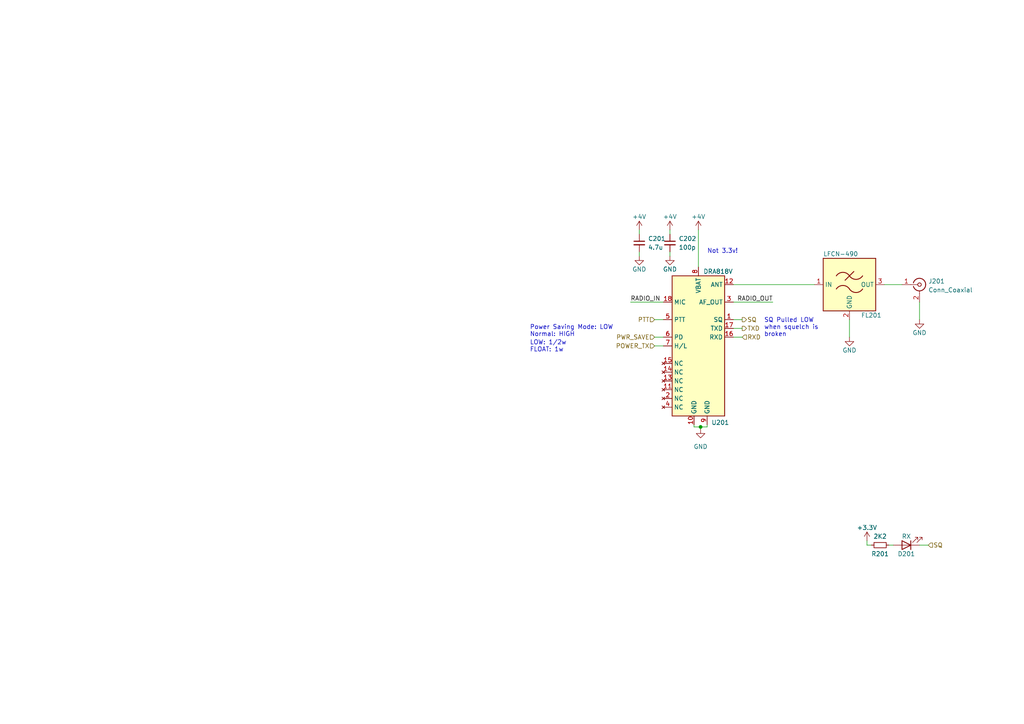
<source format=kicad_sch>
(kicad_sch (version 20211123) (generator eeschema)
  (paper "A4")
  (lib_symbols
    (symbol "Connector:Conn_Coaxial" (pin_names (offset 1.016) hide)
      (property "Reference" "J" (at 0.254 3.048 0))
      (property "Value" "Conn_Coaxial" (at 2.921 0 90))
      (symbol "Conn_Coaxial_0_1"
        (arc (start -1.778 -0.508) (mid 0.2311 -1.8066) (end 1.778 0) (stroke (width 0.254)))
        (polyline (pts (xy -2.54 0) (xy -0.508 0)))
        (polyline (pts (xy 0 -2.54) (xy 0 -1.778)))
        (circle (center 0 0) (radius 0.508) (stroke (width 0.2032)))
        (arc (start 1.778 0) (mid 0.2099 1.8101) (end -1.778 0.508) (stroke (width 0.254)))
      )
      (symbol "Conn_Coaxial_1_1"
        (pin passive line (at -5.08 0 0) (length 2.54) (name "In") (number "1"))
        (pin passive line (at 0 -5.08 90) (length 2.54) (name "Ext") (number "2"))
      )
    )
    (symbol "Device:C_Small" (pin_numbers hide) (pin_names (offset 0.254) hide)
      (property "Reference" "C" (at 0.254 1.778 0))
      (property "Value" "C_Small" (at 0.254 -2.032 0))
      (symbol "C_Small_0_1"
        (polyline (pts (xy -1.524 -0.508) (xy 1.524 -0.508)) (stroke (width 0.3302)))
        (polyline (pts (xy -1.524 0.508) (xy 1.524 0.508)) (stroke (width 0.3048)))
      )
      (symbol "C_Small_1_1"
        (pin passive line (at 0 2.54 270) (length 2.032) (name "~") (number "1"))
        (pin passive line (at 0 -2.54 90) (length 2.032) (name "~") (number "2"))
      )
    )
    (symbol "Device:LED" (pin_numbers hide) (pin_names (offset 1.016) hide)
      (property "Reference" "D" (at 0 2.54 0))
      (property "Value" "LED" (at 0 -2.54 0))
      (symbol "LED_0_1"
        (polyline (pts (xy -1.27 -1.27) (xy -1.27 1.27)) (stroke (width 0.254)))
        (polyline (pts (xy -1.27 0) (xy 1.27 0)))
        (polyline (pts (xy 1.27 -1.27) (xy 1.27 1.27) (xy -1.27 0) (xy 1.27 -1.27)) (stroke (width 0.254)))
        (polyline (pts (xy -3.048 -0.762) (xy -4.572 -2.286) (xy -3.81 -2.286) (xy -4.572 -2.286) (xy -4.572 -1.524)))
        (polyline (pts (xy -1.778 -0.762) (xy -3.302 -2.286) (xy -2.54 -2.286) (xy -3.302 -2.286) (xy -3.302 -1.524)))
      )
      (symbol "LED_1_1"
        (pin passive line (at -3.81 0 0) (length 2.54) (name "K") (number "1"))
        (pin passive line (at 3.81 0 180) (length 2.54) (name "A") (number "2"))
      )
    )
    (symbol "Device:R_Small" (pin_numbers hide) (pin_names (offset 0.254) hide)
      (property "Reference" "R" (at 0.762 0.508 0))
      (property "Value" "R_Small" (at 0.762 -1.016 0))
      (symbol "R_Small_0_1"
        (rectangle (start -0.762 1.778) (end 0.762 -1.778) (stroke (width 0.2032)))
      )
      (symbol "R_Small_1_1"
        (pin passive line (at 0 2.54 270) (length 0.762) (name "~") (number "1"))
        (pin passive line (at 0 -2.54 90) (length 0.762) (name "~") (number "2"))
      )
    )
    (symbol "KenwoodFox:DRA818V"
      (property "Reference" "U" (at 6.35 -22.86 0))
      (property "Value" "DRA818V" (at 5.08 20.32 0))
      (symbol "DRA818V_0_1"
        (rectangle (start -7.62 19.05) (end 7.62 -21.59) (stroke (width 0.254)) (fill (type background)))
      )
      (symbol "DRA818V_1_1"
        (pin output line (at 10.16 6.35 180) (length 2.54) (name "SQ") (number "1"))
        (pin power_in line (at -1.27 -24.13 90) (length 2.54) (name "GND") (number "10"))
        (pin no_connect line (at -10.16 -13.97 0) (length 2.54) (name "NC") (number "11"))
        (pin output line (at 10.16 16.51 180) (length 2.54) (name "ANT") (number "12"))
        (pin no_connect line (at -10.16 -11.43 0) (length 2.54) (name "NC") (number "13"))
        (pin no_connect line (at -10.16 -8.89 0) (length 2.54) (name "NC") (number "14"))
        (pin no_connect line (at -10.16 -6.35 0) (length 2.54) (name "NC") (number "15"))
        (pin input line (at 10.16 1.27 180) (length 2.54) (name "RXD") (number "16"))
        (pin output line (at 10.16 3.81 180) (length 2.54) (name "TXD") (number "17"))
        (pin input line (at -10.16 11.43 0) (length 2.54) (name "MIC") (number "18"))
        (pin no_connect line (at -10.16 -16.51 0) (length 2.54) (name "NC") (number "2"))
        (pin output line (at 10.16 11.43 180) (length 2.54) (name "AF_OUT") (number "3"))
        (pin no_connect line (at -10.16 -19.05 0) (length 2.54) (name "NC") (number "4"))
        (pin input line (at -10.16 6.35 0) (length 2.54) (name "PTT") (number "5"))
        (pin input line (at -10.16 1.27 0) (length 2.54) (name "PD") (number "6"))
        (pin input line (at -10.16 -1.27 0) (length 2.54) (name "H/L") (number "7"))
        (pin power_in line (at 0 21.59 270) (length 2.54) (name "VBAT") (number "8"))
        (pin power_in line (at 2.54 -24.13 90) (length 2.54) (name "GND") (number "9"))
      )
    )
    (symbol "RF_Filter:LFCN-490"
      (property "Reference" "FL" (at 0 10.795 0))
      (property "Value" "LFCN-490" (at 0 8.89 0))
      (symbol "LFCN-490_0_1"
        (rectangle (start -7.62 7.62) (end 7.62 -7.62) (stroke (width 0.254)) (fill (type background)))
        (arc (start 0 -1.27) (mid -1.905 -0.2505) (end -3.81 -1.27) (stroke (width 0.254)))
        (arc (start 0 -1.27) (mid 1.905 -2.2895) (end 3.81 -1.27) (stroke (width 0.254)))
        (polyline (pts (xy -1.27 1.27) (xy 1.27 3.81)) (stroke (width 0.254)))
        (arc (start 0 2.54) (mid -1.905 3.5595) (end -3.81 2.54) (stroke (width 0.254)))
        (arc (start 0 2.54) (mid 1.905 1.5205) (end 3.81 2.54) (stroke (width 0.254)))
      )
      (symbol "LFCN-490_1_1"
        (pin passive line (at -10.16 0 0) (length 2.54) (name "IN") (number "1"))
        (pin passive line (at 0 -10.16 90) (length 2.54) (name "GND") (number "2"))
        (pin passive line (at 10.16 0 180) (length 2.54) (name "OUT") (number "3"))
        (pin passive line (at 0 -10.16 90) (length 2.54) hide (name "GND") (number "4"))
      )
    )
    (symbol "power:+3.3V" (power) (pin_names (offset 0))
      (property "Value" "+3.3V" (at 0 3.556 0))
      (symbol "+3.3V_0_1"
        (polyline (pts (xy -0.762 1.27) (xy 0 2.54)))
        (polyline (pts (xy 0 0) (xy 0 2.54)))
        (polyline (pts (xy 0 2.54) (xy 0.762 1.27)))
      )
      (symbol "+3.3V_1_1"
        (pin power_in line (at 0 0 90) (length 0) hide (name "+3.3V") (number "1"))
      )
    )
    (symbol "power:+4V" (power) (pin_names (offset 0))
      (property "Value" "+4V" (at 0 3.556 0))
      (symbol "+4V_0_1"
        (polyline (pts (xy -0.762 1.27) (xy 0 2.54)))
        (polyline (pts (xy 0 0) (xy 0 2.54)))
        (polyline (pts (xy 0 2.54) (xy 0.762 1.27)))
      )
      (symbol "+4V_1_1"
        (pin power_in line (at 0 0 90) (length 0) hide (name "+4V") (number "1"))
      )
    )
    (symbol "power:GND" (power) (pin_names (offset 0))
      (property "Value" "GND" (at 0 -3.81 0))
      (symbol "GND_0_1"
        (polyline (pts (xy 0 0) (xy 0 -1.27) (xy 1.27 -1.27) (xy 0 -2.54) (xy -1.27 -1.27) (xy 0 -1.27)))
      )
      (symbol "GND_1_1"
        (pin power_in line (at 0 0 270) (length 0) hide (name "GND") (number "1"))
      )
    )
  )
  (junction (at 203.2 123.825))
  (wire (pts (xy 194.31 66.675) (xy 194.31 67.945)))
  (wire (pts (xy 202.565 66.675) (xy 202.565 77.47)))
  (wire (pts (xy 189.865 100.33) (xy 192.405 100.33)))
  (wire (pts (xy 189.865 97.79) (xy 192.405 97.79)))
  (wire (pts (xy 205.105 123.825) (xy 205.105 123.19)))
  (wire (pts (xy 182.88 87.63) (xy 192.405 87.63)))
  (wire (pts (xy 266.7 87.63) (xy 266.7 92.71)))
  (wire (pts (xy 203.2 123.825) (xy 203.2 124.46)))
  (wire (pts (xy 185.42 73.025) (xy 185.42 74.295)))
  (wire (pts (xy 212.725 92.71) (xy 215.265 92.71)))
  (wire (pts (xy 201.295 123.19) (xy 201.295 123.825)))
  (wire (pts (xy 212.725 82.55) (xy 236.22 82.55)))
  (wire (pts (xy 185.42 66.675) (xy 185.42 67.945)))
  (wire (pts (xy 251.46 158.115) (xy 252.73 158.115)))
  (wire (pts (xy 203.2 123.825) (xy 205.105 123.825)))
  (wire (pts (xy 215.265 95.25) (xy 212.725 95.25)))
  (wire (pts (xy 201.295 123.825) (xy 203.2 123.825)))
  (wire (pts (xy 189.865 92.71) (xy 192.405 92.71)))
  (wire (pts (xy 224.155 87.63) (xy 212.725 87.63)))
  (wire (pts (xy 246.38 92.71) (xy 246.38 97.79)))
  (wire (pts (xy 256.54 82.55) (xy 261.62 82.55)))
  (wire (pts (xy 215.265 97.79) (xy 212.725 97.79)))
  (wire (pts (xy 251.46 156.845) (xy 251.46 158.115)))
  (wire (pts (xy 266.7 158.115) (xy 269.24 158.115)))
  (wire (pts (xy 194.31 73.025) (xy 194.31 74.295)))
  (wire (pts (xy 257.81 158.115) (xy 259.08 158.115)))
  (text "Not 3.3v!" (at 205.105 73.66 0) (effects (font (size 1.27 1.27)) (justify left bottom)))
  (text "SQ Pulled LOW\nwhen squelch is\nbroken" (at 221.615 97.79 0) (effects (font (size 1.27 1.27)) (justify left bottom)))
  (text "Power Saving Mode: LOW\nNormal: HIGH" (at 153.67 97.79 0) (effects (font (size 1.27 1.27)) (justify left bottom)))
  (text "LOW: 1/2w\nFLOAT: 1w" (at 153.67 102.235 0) (effects (font (size 1.27 1.27)) (justify left bottom)))
  (label "RADIO_IN" (at 182.88 87.63 0))
  (label "RADIO_OUT" (at 224.155 87.63 180))
  (hierarchical_label "RXD" (shape input) (at 215.265 97.79 0))
  (hierarchical_label "PTT" (shape input) (at 189.865 92.71 180))
  (hierarchical_label "SQ" (shape input) (at 269.24 158.115 0))
  (hierarchical_label "TXD" (shape output) (at 215.265 95.25 0))
  (hierarchical_label "SQ" (shape output) (at 215.265 92.71 0))
  (hierarchical_label "PWR_SAVE" (shape input) (at 189.865 97.79 180))
  (hierarchical_label "POWER_TX" (shape input) (at 189.865 100.33 180))
  (symbol (lib_id "Device:R_Small") (at 255.27 158.115 90) (unit 1)
    (property "Reference" "R201" (at 255.27 160.655 90))
    (property "Value" "2K2" (at 255.27 155.575 90))
    (property "Footprint" "Resistor_SMD:R_0805_2012Metric" (effects hide))
  )
  (symbol (lib_id "Device:C_Small") (at 185.42 70.485 0) (unit 1)
    (property "Reference" "C201" (at 187.96 69.2212 0) (effects (justify left)))
    (property "Value" "4.7u" (at 187.96 71.7612 0) (effects (justify left)))
    (property "Footprint" "Capacitor_SMD:C_0805_2012Metric" (effects hide))
  )
  (symbol (lib_id "KenwoodFox:DRA818V") (at 202.565 99.06 0) (unit 1)
    (property "Reference" "U201" (at 208.915 122.555 0))
    (property "Value" "DRA818V" (at 208.28 78.74 0))
    (property "Footprint" "KenwoodFox:DRA818V" (effects hide))
    (property "Datasheet" "https://github.com/KenwoodFox/kenwoodfox-kicad-libraries/blob/main/datasheets/DRA818V.pdf" (effects hide))
  )
  (symbol (lib_id "power:GND") (at 266.7 92.71 0) (unit 1)
    (property "Reference" "#PWR0209" (effects hide))
    (property "Value" "GND" (at 266.7 96.52 0))
  )
  (symbol (lib_id "Device:C_Small") (at 194.31 70.485 0) (unit 1)
    (property "Reference" "C202" (at 196.85 69.2212 0) (effects (justify left)))
    (property "Value" "100p" (at 196.85 71.7612 0) (effects (justify left)))
    (property "Footprint" "Capacitor_SMD:C_0805_2012Metric" (effects hide))
  )
  (symbol (lib_id "power:+3.3V") (at 251.46 156.845 0) (unit 1)
    (property "Reference" "#PWR0208" (effects hide))
    (property "Value" "+3.3V" (at 251.46 153.035 0))
  )
  (symbol (lib_id "power:GND") (at 194.31 74.295 0) (unit 1)
    (property "Reference" "#PWR0204" (effects hide))
    (property "Value" "GND" (at 194.31 78.105 0))
  )
  (symbol (lib_id "power:+4V") (at 194.31 66.675 0) (unit 1)
    (property "Reference" "#PWR0203" (effects hide))
    (property "Value" "+4V" (at 194.31 62.865 0))
  )
  (symbol (lib_id "Connector:Conn_Coaxial") (at 266.7 82.55 0) (unit 1)
    (property "Reference" "J201" (at 269.24 81.5731 0) (effects (justify left)))
    (property "Value" "Conn_Coaxial" (at 269.24 84.1131 0) (effects (justify left)))
    (property "Footprint" "Connector_Coaxial:SMA_Amphenol_132291_Vertical" (effects hide))
    (property "Datasheet" " ~" (effects hide))
  )
  (symbol (lib_id "power:+4V") (at 202.565 66.675 0) (unit 1)
    (property "Reference" "#PWR0205" (effects hide))
    (property "Value" "+4V" (at 202.565 62.865 0))
  )
  (symbol (lib_id "power:GND") (at 246.38 97.79 0) (unit 1)
    (property "Reference" "#PWR0207" (effects hide))
    (property "Value" "GND" (at 246.38 101.6 0))
  )
  (symbol (lib_id "Device:LED") (at 262.89 158.115 180) (unit 1)
    (property "Reference" "D201" (at 262.89 160.655 0))
    (property "Value" "RX" (at 262.89 155.575 0))
    (property "Footprint" "LED_SMD:LED_0805_2012Metric" (effects hide))
  )
  (symbol (lib_id "power:+4V") (at 185.42 66.675 0) (unit 1)
    (property "Reference" "#PWR0201" (effects hide))
    (property "Value" "+4V" (at 185.42 62.865 0))
  )
  (symbol (lib_id "power:GND") (at 203.2 124.46 0) (unit 1)
    (property "Reference" "#PWR0206" (effects hide))
    (property "Value" "GND" (at 203.2 129.54 0))
  )
  (symbol (lib_id "power:GND") (at 185.42 74.295 0) (unit 1)
    (property "Reference" "#PWR0202" (effects hide))
    (property "Value" "GND" (at 185.42 78.105 0))
  )
  (symbol (lib_id "RF_Filter:LFCN-490") (at 246.38 82.55 0) (unit 1)
    (property "Reference" "FL201" (at 252.73 91.44 0))
    (property "Value" "LFCN-490" (at 243.84 73.66 0))
    (property "Footprint" "Filter:Filter_Mini-Circuits_FV1206" (effects hide))
    (property "Datasheet" "https://www.minicircuits.com/pdfs/LFCN-490+.pdf" (effects hide))
  )
)
</source>
